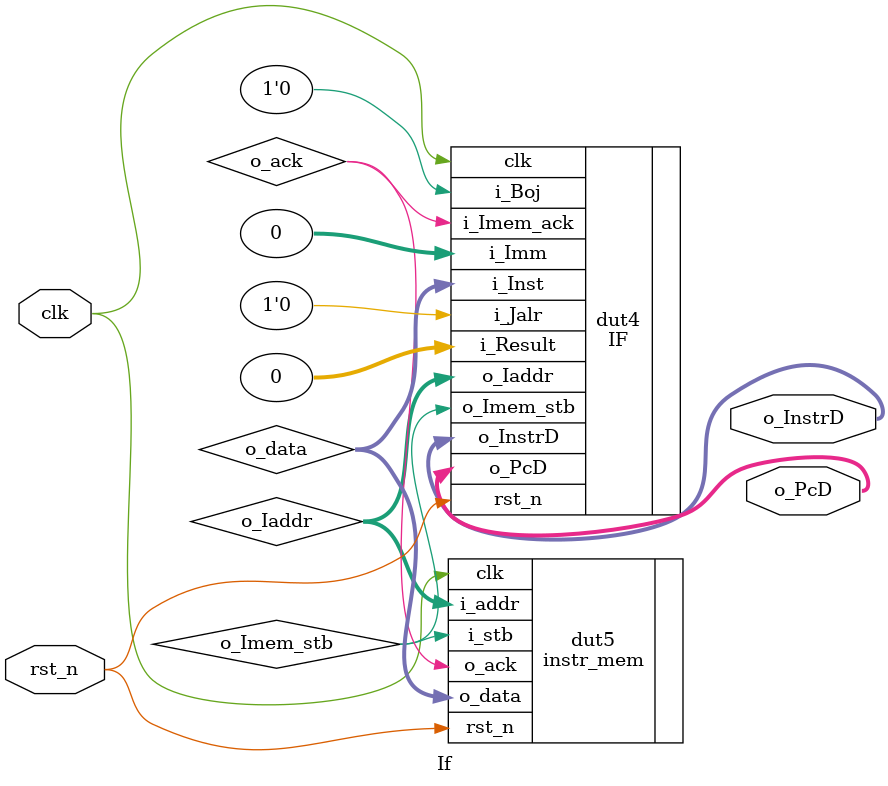
<source format=v>
`timescale 1ns / 1ps
`default_nettype none
`include "../rtl/parameters.vh"
`include "../rtl/IF.v"
`include "../rtl/instr_mem.v"

module If(
    input wire clk,
    input wire rst_n,
    output wire [31:0] o_InstrD,
    output wire [31:0] o_PcD
);

  // Internal signals
  wire [31:0] o_data;       // Instruction fetched from instr_mem
  wire o_ack;               // Acknowledge signal from instr_mem
  wire [31:0] o_Iaddr;      // Instruction address from IF
  wire o_Imem_stb;          // Memory request signal from IF

  // Instantiate the IF module
  IF dut4 (
      .clk(clk),
      .rst_n(rst_n),
      .i_Inst(o_data),
      .i_Imem_ack(o_ack),
      .i_Imm(32'b0),           // Immediate value (set to 0 here; modify as needed)
      .i_Result(32'b0),        // Result input (set to 0 here; modify as needed)
      .i_Boj(1'b0), // Branch or Jump
      .i_Jalr(1'b0), // Jump and Link Register
      .o_Imem_stb(o_Imem_stb),
      .o_Iaddr(o_Iaddr),
      .o_InstrD(o_InstrD),
      .o_PcD(o_PcD)
  );

  // Instantiate the instr_mem module
  instr_mem dut5 (
      .clk(clk),
      .rst_n(rst_n),
      .i_addr(o_Iaddr),
      .i_stb(o_Imem_stb),
      .o_ack(o_ack),
      .o_data(o_data)
  );

endmodule

</source>
